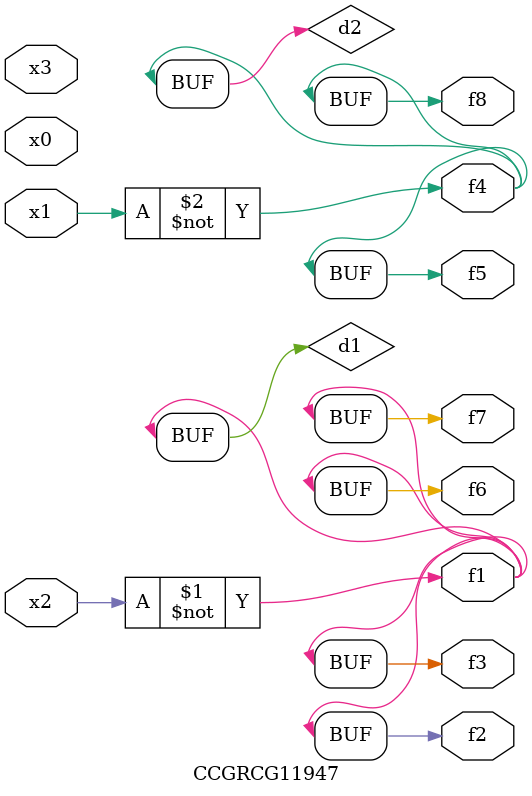
<source format=v>
module CCGRCG11947(
	input x0, x1, x2, x3,
	output f1, f2, f3, f4, f5, f6, f7, f8
);

	wire d1, d2;

	xnor (d1, x2);
	not (d2, x1);
	assign f1 = d1;
	assign f2 = d1;
	assign f3 = d1;
	assign f4 = d2;
	assign f5 = d2;
	assign f6 = d1;
	assign f7 = d1;
	assign f8 = d2;
endmodule

</source>
